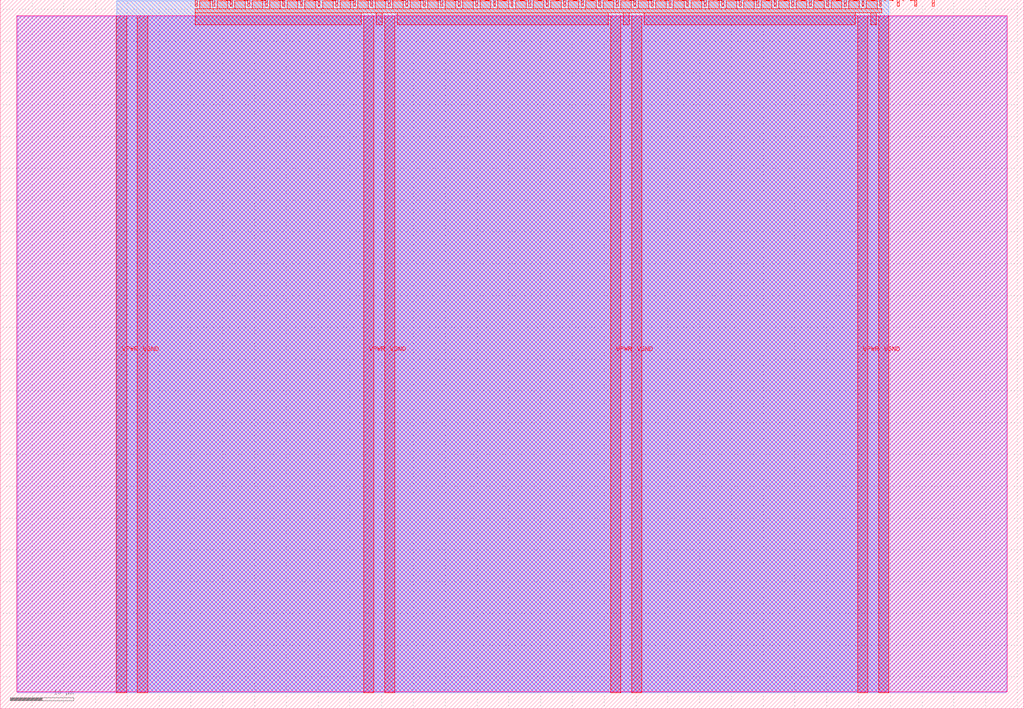
<source format=lef>
VERSION 5.7 ;
  NOWIREEXTENSIONATPIN ON ;
  DIVIDERCHAR "/" ;
  BUSBITCHARS "[]" ;
MACRO tt_um_wokwi_445254980988014593
  CLASS BLOCK ;
  FOREIGN tt_um_wokwi_445254980988014593 ;
  ORIGIN 0.000 0.000 ;
  SIZE 161.000 BY 111.520 ;
  PIN VGND
    DIRECTION INOUT ;
    USE GROUND ;
    PORT
      LAYER met4 ;
        RECT 21.580 2.480 23.180 109.040 ;
    END
    PORT
      LAYER met4 ;
        RECT 60.450 2.480 62.050 109.040 ;
    END
    PORT
      LAYER met4 ;
        RECT 99.320 2.480 100.920 109.040 ;
    END
    PORT
      LAYER met4 ;
        RECT 138.190 2.480 139.790 109.040 ;
    END
  END VGND
  PIN VPWR
    DIRECTION INOUT ;
    USE POWER ;
    PORT
      LAYER met4 ;
        RECT 18.280 2.480 19.880 109.040 ;
    END
    PORT
      LAYER met4 ;
        RECT 57.150 2.480 58.750 109.040 ;
    END
    PORT
      LAYER met4 ;
        RECT 96.020 2.480 97.620 109.040 ;
    END
    PORT
      LAYER met4 ;
        RECT 134.890 2.480 136.490 109.040 ;
    END
  END VPWR
  PIN clk
    DIRECTION INPUT ;
    USE SIGNAL ;
    PORT
      LAYER met4 ;
        RECT 143.830 110.520 144.130 111.520 ;
    END
  END clk
  PIN ena
    DIRECTION INPUT ;
    USE SIGNAL ;
    PORT
      LAYER met4 ;
        RECT 146.590 110.520 146.890 111.520 ;
    END
  END ena
  PIN rst_n
    DIRECTION INPUT ;
    USE SIGNAL ;
    PORT
      LAYER met4 ;
        RECT 141.070 110.520 141.370 111.520 ;
    END
  END rst_n
  PIN ui_in[0]
    DIRECTION INPUT ;
    USE SIGNAL ;
    ANTENNAGATEAREA 0.196500 ;
    PORT
      LAYER met4 ;
        RECT 138.310 110.520 138.610 111.520 ;
    END
  END ui_in[0]
  PIN ui_in[1]
    DIRECTION INPUT ;
    USE SIGNAL ;
    PORT
      LAYER met4 ;
        RECT 135.550 110.520 135.850 111.520 ;
    END
  END ui_in[1]
  PIN ui_in[2]
    DIRECTION INPUT ;
    USE SIGNAL ;
    PORT
      LAYER met4 ;
        RECT 132.790 110.520 133.090 111.520 ;
    END
  END ui_in[2]
  PIN ui_in[3]
    DIRECTION INPUT ;
    USE SIGNAL ;
    ANTENNAGATEAREA 0.196500 ;
    PORT
      LAYER met4 ;
        RECT 130.030 110.520 130.330 111.520 ;
    END
  END ui_in[3]
  PIN ui_in[4]
    DIRECTION INPUT ;
    USE SIGNAL ;
    ANTENNAGATEAREA 0.196500 ;
    PORT
      LAYER met4 ;
        RECT 127.270 110.520 127.570 111.520 ;
    END
  END ui_in[4]
  PIN ui_in[5]
    DIRECTION INPUT ;
    USE SIGNAL ;
    ANTENNAGATEAREA 0.196500 ;
    PORT
      LAYER met4 ;
        RECT 124.510 110.520 124.810 111.520 ;
    END
  END ui_in[5]
  PIN ui_in[6]
    DIRECTION INPUT ;
    USE SIGNAL ;
    ANTENNAGATEAREA 0.196500 ;
    PORT
      LAYER met4 ;
        RECT 121.750 110.520 122.050 111.520 ;
    END
  END ui_in[6]
  PIN ui_in[7]
    DIRECTION INPUT ;
    USE SIGNAL ;
    ANTENNAGATEAREA 0.196500 ;
    PORT
      LAYER met4 ;
        RECT 118.990 110.520 119.290 111.520 ;
    END
  END ui_in[7]
  PIN uio_in[0]
    DIRECTION INPUT ;
    USE SIGNAL ;
    PORT
      LAYER met4 ;
        RECT 116.230 110.520 116.530 111.520 ;
    END
  END uio_in[0]
  PIN uio_in[1]
    DIRECTION INPUT ;
    USE SIGNAL ;
    PORT
      LAYER met4 ;
        RECT 113.470 110.520 113.770 111.520 ;
    END
  END uio_in[1]
  PIN uio_in[2]
    DIRECTION INPUT ;
    USE SIGNAL ;
    PORT
      LAYER met4 ;
        RECT 110.710 110.520 111.010 111.520 ;
    END
  END uio_in[2]
  PIN uio_in[3]
    DIRECTION INPUT ;
    USE SIGNAL ;
    PORT
      LAYER met4 ;
        RECT 107.950 110.520 108.250 111.520 ;
    END
  END uio_in[3]
  PIN uio_in[4]
    DIRECTION INPUT ;
    USE SIGNAL ;
    PORT
      LAYER met4 ;
        RECT 105.190 110.520 105.490 111.520 ;
    END
  END uio_in[4]
  PIN uio_in[5]
    DIRECTION INPUT ;
    USE SIGNAL ;
    PORT
      LAYER met4 ;
        RECT 102.430 110.520 102.730 111.520 ;
    END
  END uio_in[5]
  PIN uio_in[6]
    DIRECTION INPUT ;
    USE SIGNAL ;
    PORT
      LAYER met4 ;
        RECT 99.670 110.520 99.970 111.520 ;
    END
  END uio_in[6]
  PIN uio_in[7]
    DIRECTION INPUT ;
    USE SIGNAL ;
    PORT
      LAYER met4 ;
        RECT 96.910 110.520 97.210 111.520 ;
    END
  END uio_in[7]
  PIN uio_oe[0]
    DIRECTION OUTPUT ;
    USE SIGNAL ;
    PORT
      LAYER met4 ;
        RECT 49.990 110.520 50.290 111.520 ;
    END
  END uio_oe[0]
  PIN uio_oe[1]
    DIRECTION OUTPUT ;
    USE SIGNAL ;
    PORT
      LAYER met4 ;
        RECT 47.230 110.520 47.530 111.520 ;
    END
  END uio_oe[1]
  PIN uio_oe[2]
    DIRECTION OUTPUT ;
    USE SIGNAL ;
    PORT
      LAYER met4 ;
        RECT 44.470 110.520 44.770 111.520 ;
    END
  END uio_oe[2]
  PIN uio_oe[3]
    DIRECTION OUTPUT ;
    USE SIGNAL ;
    PORT
      LAYER met4 ;
        RECT 41.710 110.520 42.010 111.520 ;
    END
  END uio_oe[3]
  PIN uio_oe[4]
    DIRECTION OUTPUT ;
    USE SIGNAL ;
    PORT
      LAYER met4 ;
        RECT 38.950 110.520 39.250 111.520 ;
    END
  END uio_oe[4]
  PIN uio_oe[5]
    DIRECTION OUTPUT ;
    USE SIGNAL ;
    PORT
      LAYER met4 ;
        RECT 36.190 110.520 36.490 111.520 ;
    END
  END uio_oe[5]
  PIN uio_oe[6]
    DIRECTION OUTPUT ;
    USE SIGNAL ;
    PORT
      LAYER met4 ;
        RECT 33.430 110.520 33.730 111.520 ;
    END
  END uio_oe[6]
  PIN uio_oe[7]
    DIRECTION OUTPUT ;
    USE SIGNAL ;
    PORT
      LAYER met4 ;
        RECT 30.670 110.520 30.970 111.520 ;
    END
  END uio_oe[7]
  PIN uio_out[0]
    DIRECTION OUTPUT ;
    USE SIGNAL ;
    PORT
      LAYER met4 ;
        RECT 72.070 110.520 72.370 111.520 ;
    END
  END uio_out[0]
  PIN uio_out[1]
    DIRECTION OUTPUT ;
    USE SIGNAL ;
    PORT
      LAYER met4 ;
        RECT 69.310 110.520 69.610 111.520 ;
    END
  END uio_out[1]
  PIN uio_out[2]
    DIRECTION OUTPUT ;
    USE SIGNAL ;
    PORT
      LAYER met4 ;
        RECT 66.550 110.520 66.850 111.520 ;
    END
  END uio_out[2]
  PIN uio_out[3]
    DIRECTION OUTPUT ;
    USE SIGNAL ;
    PORT
      LAYER met4 ;
        RECT 63.790 110.520 64.090 111.520 ;
    END
  END uio_out[3]
  PIN uio_out[4]
    DIRECTION OUTPUT ;
    USE SIGNAL ;
    PORT
      LAYER met4 ;
        RECT 61.030 110.520 61.330 111.520 ;
    END
  END uio_out[4]
  PIN uio_out[5]
    DIRECTION OUTPUT ;
    USE SIGNAL ;
    PORT
      LAYER met4 ;
        RECT 58.270 110.520 58.570 111.520 ;
    END
  END uio_out[5]
  PIN uio_out[6]
    DIRECTION OUTPUT ;
    USE SIGNAL ;
    PORT
      LAYER met4 ;
        RECT 55.510 110.520 55.810 111.520 ;
    END
  END uio_out[6]
  PIN uio_out[7]
    DIRECTION OUTPUT ;
    USE SIGNAL ;
    PORT
      LAYER met4 ;
        RECT 52.750 110.520 53.050 111.520 ;
    END
  END uio_out[7]
  PIN uo_out[0]
    DIRECTION OUTPUT ;
    USE SIGNAL ;
    ANTENNADIFFAREA 0.795200 ;
    PORT
      LAYER met4 ;
        RECT 94.150 110.520 94.450 111.520 ;
    END
  END uo_out[0]
  PIN uo_out[1]
    DIRECTION OUTPUT ;
    USE SIGNAL ;
    PORT
      LAYER met4 ;
        RECT 91.390 110.520 91.690 111.520 ;
    END
  END uo_out[1]
  PIN uo_out[2]
    DIRECTION OUTPUT ;
    USE SIGNAL ;
    PORT
      LAYER met4 ;
        RECT 88.630 110.520 88.930 111.520 ;
    END
  END uo_out[2]
  PIN uo_out[3]
    DIRECTION OUTPUT ;
    USE SIGNAL ;
    PORT
      LAYER met4 ;
        RECT 85.870 110.520 86.170 111.520 ;
    END
  END uo_out[3]
  PIN uo_out[4]
    DIRECTION OUTPUT ;
    USE SIGNAL ;
    ANTENNADIFFAREA 0.795200 ;
    PORT
      LAYER met4 ;
        RECT 83.110 110.520 83.410 111.520 ;
    END
  END uo_out[4]
  PIN uo_out[5]
    DIRECTION OUTPUT ;
    USE SIGNAL ;
    PORT
      LAYER met4 ;
        RECT 80.350 110.520 80.650 111.520 ;
    END
  END uo_out[5]
  PIN uo_out[6]
    DIRECTION OUTPUT ;
    USE SIGNAL ;
    PORT
      LAYER met4 ;
        RECT 77.590 110.520 77.890 111.520 ;
    END
  END uo_out[6]
  PIN uo_out[7]
    DIRECTION OUTPUT ;
    USE SIGNAL ;
    ANTENNADIFFAREA 0.795200 ;
    PORT
      LAYER met4 ;
        RECT 74.830 110.520 75.130 111.520 ;
    END
  END uo_out[7]
  OBS
      LAYER nwell ;
        RECT 2.570 2.635 158.430 108.990 ;
      LAYER li1 ;
        RECT 2.760 2.635 158.240 108.885 ;
      LAYER met1 ;
        RECT 2.760 2.480 158.240 109.040 ;
      LAYER met2 ;
        RECT 18.310 2.535 139.760 111.365 ;
      LAYER met3 ;
        RECT 18.290 2.555 139.780 111.345 ;
      LAYER met4 ;
        RECT 31.370 110.120 33.030 111.345 ;
        RECT 34.130 110.120 35.790 111.345 ;
        RECT 36.890 110.120 38.550 111.345 ;
        RECT 39.650 110.120 41.310 111.345 ;
        RECT 42.410 110.120 44.070 111.345 ;
        RECT 45.170 110.120 46.830 111.345 ;
        RECT 47.930 110.120 49.590 111.345 ;
        RECT 50.690 110.120 52.350 111.345 ;
        RECT 53.450 110.120 55.110 111.345 ;
        RECT 56.210 110.120 57.870 111.345 ;
        RECT 58.970 110.120 60.630 111.345 ;
        RECT 61.730 110.120 63.390 111.345 ;
        RECT 64.490 110.120 66.150 111.345 ;
        RECT 67.250 110.120 68.910 111.345 ;
        RECT 70.010 110.120 71.670 111.345 ;
        RECT 72.770 110.120 74.430 111.345 ;
        RECT 75.530 110.120 77.190 111.345 ;
        RECT 78.290 110.120 79.950 111.345 ;
        RECT 81.050 110.120 82.710 111.345 ;
        RECT 83.810 110.120 85.470 111.345 ;
        RECT 86.570 110.120 88.230 111.345 ;
        RECT 89.330 110.120 90.990 111.345 ;
        RECT 92.090 110.120 93.750 111.345 ;
        RECT 94.850 110.120 96.510 111.345 ;
        RECT 97.610 110.120 99.270 111.345 ;
        RECT 100.370 110.120 102.030 111.345 ;
        RECT 103.130 110.120 104.790 111.345 ;
        RECT 105.890 110.120 107.550 111.345 ;
        RECT 108.650 110.120 110.310 111.345 ;
        RECT 111.410 110.120 113.070 111.345 ;
        RECT 114.170 110.120 115.830 111.345 ;
        RECT 116.930 110.120 118.590 111.345 ;
        RECT 119.690 110.120 121.350 111.345 ;
        RECT 122.450 110.120 124.110 111.345 ;
        RECT 125.210 110.120 126.870 111.345 ;
        RECT 127.970 110.120 129.630 111.345 ;
        RECT 130.730 110.120 132.390 111.345 ;
        RECT 133.490 110.120 135.150 111.345 ;
        RECT 136.250 110.120 137.910 111.345 ;
        RECT 30.655 109.440 138.625 110.120 ;
        RECT 30.655 107.615 56.750 109.440 ;
        RECT 59.150 107.615 60.050 109.440 ;
        RECT 62.450 107.615 95.620 109.440 ;
        RECT 98.020 107.615 98.920 109.440 ;
        RECT 101.320 107.615 134.490 109.440 ;
        RECT 136.890 107.615 137.790 109.440 ;
  END
END tt_um_wokwi_445254980988014593
END LIBRARY


</source>
